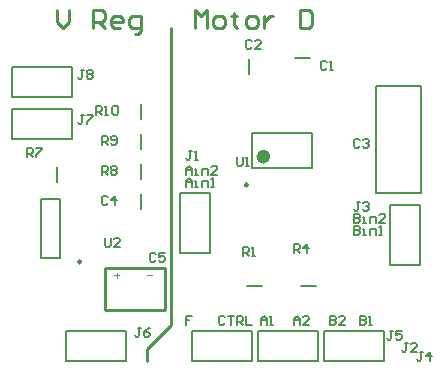
<source format=gto>
%FSLAX44Y44*%
%MOMM*%
G71*
G01*
G75*
%ADD10R,1.5000X1.4000*%
%ADD11O,0.3500X2.0000*%
%ADD12R,1.4000X1.5000*%
%ADD13O,2.5000X0.7000*%
%ADD14C,0.2540*%
%ADD15C,0.3810*%
%ADD16C,0.5080*%
%ADD17R,1.5000X1.5000*%
%ADD18C,1.5000*%
%ADD19R,1.5000X1.5000*%
%ADD20C,3.0000*%
%ADD21R,2.0000X2.0000*%
%ADD22C,2.0000*%
%ADD23C,4.2000*%
%ADD24C,0.7000*%
%ADD25C,0.2500*%
%ADD26C,0.6000*%
%ADD27C,0.2000*%
%ADD28C,0.1000*%
%ADD29C,0.1270*%
D14*
X568960Y1234435D02*
Y1224278D01*
X574038Y1219200D01*
X579117Y1224278D01*
Y1234435D01*
X599430Y1219200D02*
Y1234435D01*
X607048D01*
X609587Y1231896D01*
Y1226817D01*
X607048Y1224278D01*
X599430D01*
X604509D02*
X609587Y1219200D01*
X622283D02*
X617204D01*
X614665Y1221739D01*
Y1226817D01*
X617204Y1229357D01*
X622283D01*
X624822Y1226817D01*
Y1224278D01*
X614665D01*
X634979Y1214122D02*
X637518D01*
X640057Y1216661D01*
Y1229357D01*
X632439D01*
X629900Y1226817D01*
Y1221739D01*
X632439Y1219200D01*
X640057D01*
X685800D02*
Y1234435D01*
X690878Y1229357D01*
X695957Y1234435D01*
Y1219200D01*
X703574D02*
X708653D01*
X711192Y1221739D01*
Y1226817D01*
X708653Y1229357D01*
X703574D01*
X701035Y1226817D01*
Y1221739D01*
X703574Y1219200D01*
X718809Y1231896D02*
Y1229357D01*
X716270D01*
X721348D01*
X718809D01*
Y1221739D01*
X721348Y1219200D01*
X731505D02*
X736584D01*
X739123Y1221739D01*
Y1226817D01*
X736584Y1229357D01*
X731505D01*
X728966Y1226817D01*
Y1221739D01*
X731505Y1219200D01*
X744201Y1229357D02*
Y1219200D01*
Y1224278D01*
X746740Y1226817D01*
X749279Y1229357D01*
X751819D01*
X774671Y1234435D02*
Y1219200D01*
X782289D01*
X784828Y1221739D01*
Y1231896D01*
X782289Y1234435D01*
X774671D01*
D25*
X730710Y1086060D02*
G03*
X730710Y1086060I-1250J0D01*
G01*
X589630Y1020970D02*
G03*
X589630Y1020970I-1250J0D01*
G01*
X665480Y967740D02*
Y1219200D01*
X645160Y947420D02*
X665480Y967740D01*
X645160Y937260D02*
Y947420D01*
X609600Y1016000D02*
X660400D01*
Y980440D02*
Y1016000D01*
X609600Y980440D02*
X660400D01*
X609600D02*
Y1016000D01*
D26*
X746960Y1110060D02*
G03*
X746960Y1110060I-3000J0D01*
G01*
D27*
X775820Y1000760D02*
X788820D01*
X733960Y1100060D02*
X784960D01*
X733960Y1130060D02*
X784960D01*
X733960Y1100060D02*
Y1130060D01*
X784960Y1100060D02*
Y1130060D01*
X730100Y1000760D02*
X743100D01*
X673100Y1079500D02*
X698500D01*
Y1028700D02*
Y1079500D01*
X673100Y1028700D02*
X698500D01*
X673100D02*
Y1079500D01*
X731520Y1179680D02*
Y1192680D01*
X770740Y1193800D02*
X783740D01*
X850900Y1069340D02*
X876300D01*
Y1018540D02*
Y1069340D01*
X850900Y1018540D02*
X876300D01*
X850900D02*
Y1069340D01*
X734060Y937260D02*
Y962660D01*
X683260Y937260D02*
X734060D01*
X683260D02*
Y962660D01*
X734060D01*
X789940Y937260D02*
Y962660D01*
X739140Y937260D02*
X789940D01*
X739140D02*
Y962660D01*
X789940D01*
X838970Y1078992D02*
Y1169420D01*
Y1078992D02*
X877070D01*
Y1169420D01*
X838970D02*
X877070D01*
X795020Y937260D02*
Y962660D01*
X845820D01*
Y937260D02*
Y962660D01*
X795020Y937260D02*
X845820D01*
X640080Y1141580D02*
Y1154580D01*
Y1116180D02*
Y1129180D01*
Y1065380D02*
Y1078380D01*
Y1090780D02*
Y1103780D01*
X568960Y1088240D02*
Y1101240D01*
X555880Y1074020D02*
X571880D01*
X555880Y1024020D02*
X571880D01*
X555880D02*
Y1074020D01*
X571880Y1024020D02*
Y1074020D01*
X576580Y937260D02*
X627380D01*
Y962660D01*
X576580D02*
X627380D01*
X576580Y937260D02*
Y962660D01*
X530860Y1125220D02*
X581660D01*
Y1150620D01*
X530860D02*
X581660D01*
X530860Y1125220D02*
Y1150620D01*
Y1160780D02*
X581660D01*
Y1186180D01*
X530860D02*
X581660D01*
X530860Y1160780D02*
Y1186180D01*
D28*
X645033Y1009396D02*
X649351D01*
X617601Y1009523D02*
X621919D01*
X619760Y1007364D02*
Y1011682D01*
D29*
X853438Y962657D02*
X850899D01*
X852169D01*
Y956310D01*
X850899Y955040D01*
X849630D01*
X848360Y956310D01*
X861056Y962657D02*
X855977D01*
Y958849D01*
X858517Y960118D01*
X859786D01*
X861056Y958849D01*
Y956310D01*
X859786Y955040D01*
X857247D01*
X855977Y956310D01*
X866138Y952497D02*
X863599D01*
X864869D01*
Y946150D01*
X863599Y944880D01*
X862330D01*
X861060Y946150D01*
X873756Y944880D02*
X868678D01*
X873756Y949958D01*
Y951228D01*
X872486Y952497D01*
X869947D01*
X868678Y951228D01*
X769620Y1028700D02*
Y1036318D01*
X773429D01*
X774698Y1035048D01*
Y1032509D01*
X773429Y1031239D01*
X769620D01*
X772159D02*
X774698Y1028700D01*
X781046D02*
Y1036318D01*
X777237Y1032509D01*
X782316D01*
X721360Y1109977D02*
Y1103630D01*
X722630Y1102360D01*
X725169D01*
X726438Y1103630D01*
Y1109977D01*
X728978Y1102360D02*
X731517D01*
X730247D01*
Y1109977D01*
X728978Y1108708D01*
X726440Y1026160D02*
Y1033777D01*
X730249D01*
X731518Y1032508D01*
Y1029969D01*
X730249Y1028699D01*
X726440D01*
X728979D02*
X731518Y1026160D01*
X734057D02*
X736597D01*
X735327D01*
Y1033777D01*
X734057Y1032508D01*
X683258Y1115058D02*
X680719D01*
X681989D01*
Y1108710D01*
X680719Y1107440D01*
X679450D01*
X678180Y1108710D01*
X685798Y1107440D02*
X688337D01*
X687067D01*
Y1115058D01*
X685798Y1113788D01*
X734058Y1207768D02*
X732789Y1209037D01*
X730250D01*
X728980Y1207768D01*
Y1202690D01*
X730250Y1201420D01*
X732789D01*
X734058Y1202690D01*
X741676Y1201420D02*
X736598D01*
X741676Y1206498D01*
Y1207768D01*
X740406Y1209037D01*
X737867D01*
X736598Y1207768D01*
X797558Y1189988D02*
X796289Y1191257D01*
X793750D01*
X792480Y1189988D01*
Y1184910D01*
X793750Y1183640D01*
X796289D01*
X797558Y1184910D01*
X800098Y1183640D02*
X802637D01*
X801367D01*
Y1191257D01*
X800098Y1189988D01*
X825498Y1071878D02*
X822959D01*
X824229D01*
Y1065530D01*
X822959Y1064260D01*
X821690D01*
X820420Y1065530D01*
X828037Y1070608D02*
X829307Y1071878D01*
X831846D01*
X833116Y1070608D01*
Y1069338D01*
X831846Y1068069D01*
X830577D01*
X831846D01*
X833116Y1066799D01*
Y1065530D01*
X831846Y1064260D01*
X829307D01*
X828037Y1065530D01*
X825498Y1123948D02*
X824229Y1125218D01*
X821690D01*
X820420Y1123948D01*
Y1118870D01*
X821690Y1117600D01*
X824229D01*
X825498Y1118870D01*
X828037Y1123948D02*
X829307Y1125218D01*
X831846D01*
X833116Y1123948D01*
Y1122678D01*
X831846Y1121409D01*
X830577D01*
X831846D01*
X833116Y1120139D01*
Y1118870D01*
X831846Y1117600D01*
X829307D01*
X828037Y1118870D01*
X878838Y944877D02*
X876299D01*
X877569D01*
Y938530D01*
X876299Y937260D01*
X875030D01*
X873760Y938530D01*
X885186Y937260D02*
Y944877D01*
X881377Y941069D01*
X886456D01*
X612138Y1075688D02*
X610869Y1076957D01*
X608330D01*
X607060Y1075688D01*
Y1070610D01*
X608330Y1069340D01*
X610869D01*
X612138Y1070610D01*
X618486Y1069340D02*
Y1076957D01*
X614678Y1073149D01*
X619756D01*
X652778Y1027428D02*
X651509Y1028698D01*
X648970D01*
X647700Y1027428D01*
Y1022350D01*
X648970Y1021080D01*
X651509D01*
X652778Y1022350D01*
X660396Y1028698D02*
X655318D01*
Y1024889D01*
X657857Y1026158D01*
X659126D01*
X660396Y1024889D01*
Y1022350D01*
X659126Y1021080D01*
X656587D01*
X655318Y1022350D01*
X543560Y1109980D02*
Y1117598D01*
X547369D01*
X548638Y1116328D01*
Y1113789D01*
X547369Y1112519D01*
X543560D01*
X546099D02*
X548638Y1109980D01*
X551177Y1117598D02*
X556256D01*
Y1116328D01*
X551177Y1111250D01*
Y1109980D01*
X607060Y1094740D02*
Y1102357D01*
X610869D01*
X612138Y1101088D01*
Y1098549D01*
X610869Y1097279D01*
X607060D01*
X609599D02*
X612138Y1094740D01*
X614678Y1101088D02*
X615947Y1102357D01*
X618486D01*
X619756Y1101088D01*
Y1099818D01*
X618486Y1098549D01*
X619756Y1097279D01*
Y1096010D01*
X618486Y1094740D01*
X615947D01*
X614678Y1096010D01*
Y1097279D01*
X615947Y1098549D01*
X614678Y1099818D01*
Y1101088D01*
X615947Y1098549D02*
X618486D01*
X607060Y1120140D02*
Y1127757D01*
X610869D01*
X612138Y1126488D01*
Y1123949D01*
X610869Y1122679D01*
X607060D01*
X609599D02*
X612138Y1120140D01*
X614678Y1121410D02*
X615947Y1120140D01*
X618486D01*
X619756Y1121410D01*
Y1126488D01*
X618486Y1127757D01*
X615947D01*
X614678Y1126488D01*
Y1125218D01*
X615947Y1123949D01*
X619756D01*
X601980Y1145540D02*
Y1153158D01*
X605789D01*
X607058Y1151888D01*
Y1149349D01*
X605789Y1148079D01*
X601980D01*
X604519D02*
X607058Y1145540D01*
X609598D02*
X612137D01*
X610867D01*
Y1153158D01*
X609598Y1151888D01*
X615946D02*
X617215Y1153158D01*
X619754D01*
X621024Y1151888D01*
Y1146810D01*
X619754Y1145540D01*
X617215D01*
X615946Y1146810D01*
Y1151888D01*
X609600Y1041397D02*
Y1035050D01*
X610870Y1033780D01*
X613409D01*
X614678Y1035050D01*
Y1041397D01*
X622296Y1033780D02*
X617217D01*
X622296Y1038858D01*
Y1040128D01*
X621026Y1041397D01*
X618487D01*
X617217Y1040128D01*
X640078Y965198D02*
X637539D01*
X638809D01*
Y958850D01*
X637539Y957580D01*
X636270D01*
X635000Y958850D01*
X647696Y965198D02*
X645157Y963928D01*
X642617Y961389D01*
Y958850D01*
X643887Y957580D01*
X646426D01*
X647696Y958850D01*
Y960119D01*
X646426Y961389D01*
X642617D01*
X591818Y1145537D02*
X589279D01*
X590549D01*
Y1139190D01*
X589279Y1137920D01*
X588010D01*
X586740Y1139190D01*
X594357Y1145537D02*
X599436D01*
Y1144268D01*
X594357Y1139190D01*
Y1137920D01*
X591818Y1183637D02*
X589279D01*
X590549D01*
Y1177290D01*
X589279Y1176020D01*
X588010D01*
X586740Y1177290D01*
X594357Y1182368D02*
X595627Y1183637D01*
X598166D01*
X599436Y1182368D01*
Y1181098D01*
X598166Y1179829D01*
X599436Y1178559D01*
Y1177290D01*
X598166Y1176020D01*
X595627D01*
X594357Y1177290D01*
Y1178559D01*
X595627Y1179829D01*
X594357Y1181098D01*
Y1182368D01*
X595627Y1179829D02*
X598166D01*
X800100Y975358D02*
Y967740D01*
X803909D01*
X805178Y969010D01*
Y970279D01*
X803909Y971549D01*
X800100D01*
X803909D01*
X805178Y972818D01*
Y974088D01*
X803909Y975358D01*
X800100D01*
X812796Y967740D02*
X807718D01*
X812796Y972818D01*
Y974088D01*
X811526Y975358D01*
X808987D01*
X807718Y974088D01*
X825500Y975358D02*
Y967740D01*
X829309D01*
X830578Y969010D01*
Y970279D01*
X829309Y971549D01*
X825500D01*
X829309D01*
X830578Y972818D01*
Y974088D01*
X829309Y975358D01*
X825500D01*
X833118Y967740D02*
X835657D01*
X834387D01*
Y975358D01*
X833118Y974088D01*
X769620Y967740D02*
Y972818D01*
X772159Y975358D01*
X774698Y972818D01*
Y967740D01*
Y971549D01*
X769620D01*
X782316Y967740D02*
X777237D01*
X782316Y972818D01*
Y974088D01*
X781046Y975358D01*
X778507D01*
X777237Y974088D01*
X741680Y967740D02*
Y972818D01*
X744219Y975358D01*
X746758Y972818D01*
Y967740D01*
Y971549D01*
X741680D01*
X749297Y967740D02*
X751837D01*
X750567D01*
Y975358D01*
X749297Y974088D01*
X711198D02*
X709929Y975358D01*
X707390D01*
X706120Y974088D01*
Y969010D01*
X707390Y967740D01*
X709929D01*
X711198Y969010D01*
X713737Y975358D02*
X718816D01*
X716277D01*
Y967740D01*
X721355D02*
Y975358D01*
X725164D01*
X726433Y974088D01*
Y971549D01*
X725164Y970279D01*
X721355D01*
X723894D02*
X726433Y967740D01*
X728973Y975358D02*
Y967740D01*
X734051D01*
X683258Y975358D02*
X678180D01*
Y971549D01*
X680719D01*
X678180D01*
Y967740D01*
Y1094740D02*
Y1099818D01*
X680719Y1102357D01*
X683258Y1099818D01*
Y1094740D01*
Y1098549D01*
X678180D01*
X685798Y1094740D02*
X688337D01*
X687067D01*
Y1099818D01*
X685798D01*
X692145Y1094740D02*
Y1099818D01*
X695954D01*
X697224Y1098549D01*
Y1094740D01*
X704841D02*
X699763D01*
X704841Y1099818D01*
Y1101088D01*
X703572Y1102357D01*
X701033D01*
X699763Y1101088D01*
X678180Y1084580D02*
Y1089658D01*
X680719Y1092197D01*
X683258Y1089658D01*
Y1084580D01*
Y1088389D01*
X678180D01*
X685798Y1084580D02*
X688337D01*
X687067D01*
Y1089658D01*
X685798D01*
X692145Y1084580D02*
Y1089658D01*
X695954D01*
X697224Y1088389D01*
Y1084580D01*
X699763D02*
X702302D01*
X701033D01*
Y1092197D01*
X699763Y1090928D01*
X820420Y1051557D02*
Y1043940D01*
X824229D01*
X825498Y1045210D01*
Y1046479D01*
X824229Y1047749D01*
X820420D01*
X824229D01*
X825498Y1049018D01*
Y1050288D01*
X824229Y1051557D01*
X820420D01*
X828037Y1043940D02*
X830577D01*
X829307D01*
Y1049018D01*
X828037D01*
X834386Y1043940D02*
Y1049018D01*
X838194D01*
X839464Y1047749D01*
Y1043940D01*
X842003D02*
X844542D01*
X843273D01*
Y1051557D01*
X842003Y1050288D01*
X820420Y1061718D02*
Y1054100D01*
X824229D01*
X825498Y1055370D01*
Y1056639D01*
X824229Y1057909D01*
X820420D01*
X824229D01*
X825498Y1059178D01*
Y1060448D01*
X824229Y1061718D01*
X820420D01*
X828037Y1054100D02*
X830577D01*
X829307D01*
Y1059178D01*
X828037D01*
X834386Y1054100D02*
Y1059178D01*
X838194D01*
X839464Y1057909D01*
Y1054100D01*
X847081D02*
X842003D01*
X847081Y1059178D01*
Y1060448D01*
X845812Y1061718D01*
X843273D01*
X842003Y1060448D01*
M02*

</source>
